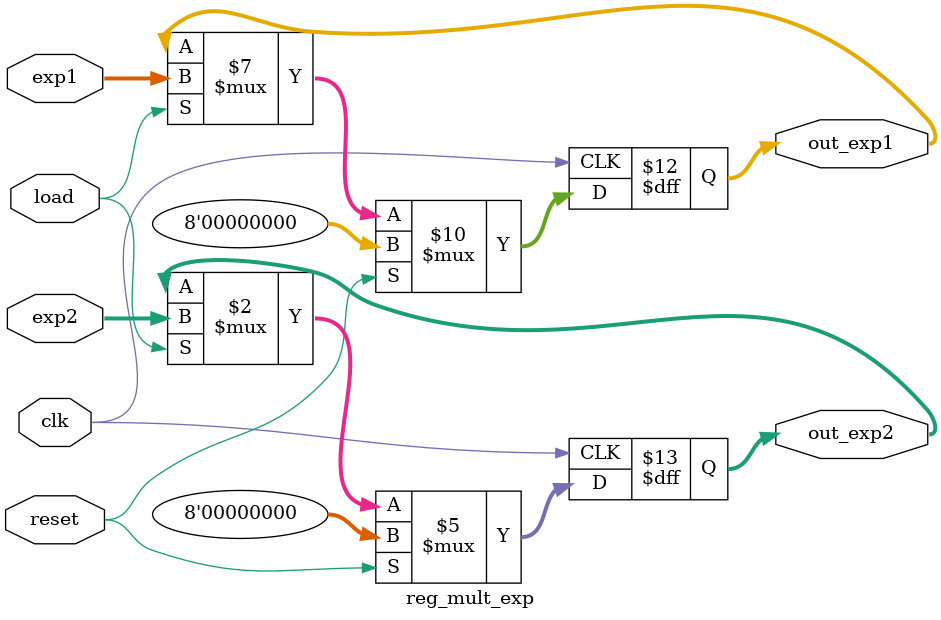
<source format=v>
`timescale 1ns / 1ps

module reg_mult_exp(
    input reset,
    input load,
    input clk,
    input [7:0] exp1, exp2,
    output reg [7:0] out_exp1, out_exp2
    );
        
    always @(posedge clk) 
        if(reset) begin
            out_exp1 <= 0;
            out_exp2 <= 0;
        end
        else if(load) begin
            out_exp1 <= exp1;
            out_exp2 <= exp2;
        end
endmodule

</source>
